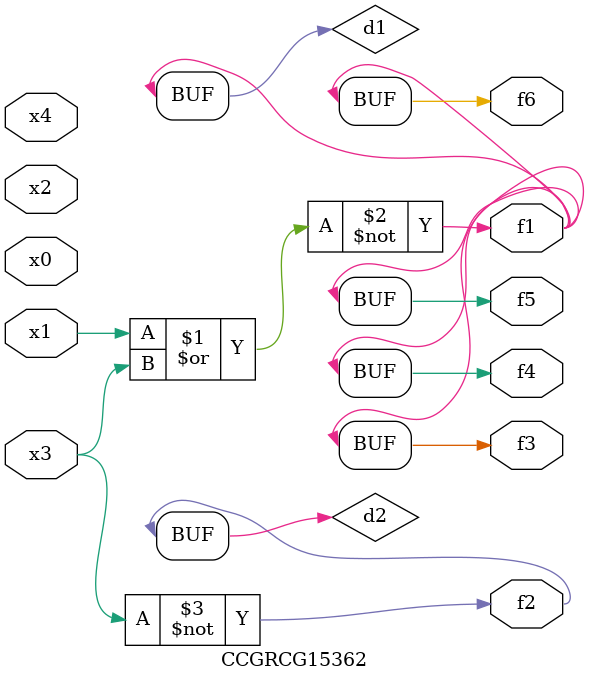
<source format=v>
module CCGRCG15362(
	input x0, x1, x2, x3, x4,
	output f1, f2, f3, f4, f5, f6
);

	wire d1, d2;

	nor (d1, x1, x3);
	not (d2, x3);
	assign f1 = d1;
	assign f2 = d2;
	assign f3 = d1;
	assign f4 = d1;
	assign f5 = d1;
	assign f6 = d1;
endmodule

</source>
